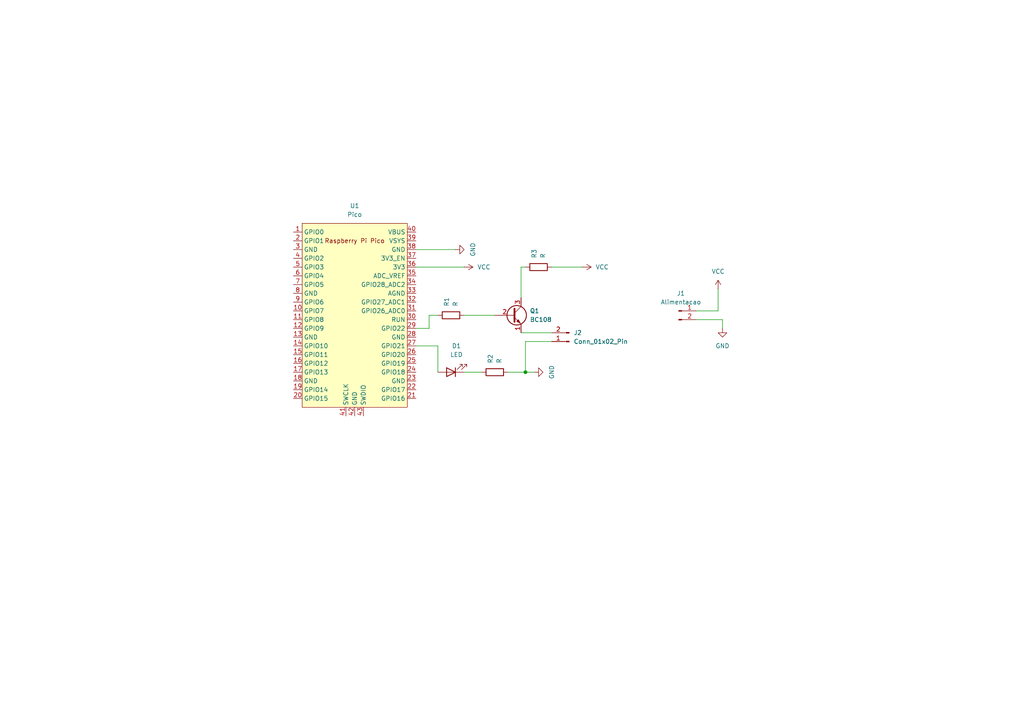
<source format=kicad_sch>
(kicad_sch (version 20231120) (generator "eeschema") (generator_version "8.0")
  (paper "A4")
  (lib_symbols
    (symbol "Connector:Conn_01x02_Pin" (pin_names (offset 1.016) hide)
      (property "Reference" "J" (at 0 2.54 0))
      (property "Value" "Conn_01x02_Pin" (at 0 -5.08 0))
      (symbol "Conn_01x02_Pin_1_1"
        (polyline (pts (xy 1.27 -2.54) (xy 0.8636 -2.54)) (stroke (width 0.1524)))
        (polyline (pts (xy 1.27 0) (xy 0.8636 0)) (stroke (width 0.1524)))
        (rectangle (start 0.8636 -2.413) (end 0 -2.667) (stroke (width 0.1524)) (fill (type outline)))
        (rectangle (start 0.8636 0.127) (end 0 -0.127) (stroke (width 0.1524)) (fill (type outline)))
        (pin passive line (at 5.08 0 180) (length 3.81) (name "Pin_1") (number "1"))
        (pin passive line (at 5.08 -2.54 180) (length 3.81) (name "Pin_2") (number "2"))
      )
    )
    (symbol "Device:LED" (pin_numbers hide) (pin_names (offset 1.016) hide)
      (property "Reference" "D" (at 0 2.54 0))
      (property "Value" "LED" (at 0 -2.54 0))
      (symbol "LED_0_1"
        (polyline (pts (xy -1.27 -1.27) (xy -1.27 1.27)) (stroke (width 0.254)))
        (polyline (pts (xy -1.27 0) (xy 1.27 0)))
        (polyline (pts (xy 1.27 -1.27) (xy 1.27 1.27) (xy -1.27 0) (xy 1.27 -1.27)) (stroke (width 0.254)))
        (polyline (pts (xy -3.048 -0.762) (xy -4.572 -2.286) (xy -3.81 -2.286) (xy -4.572 -2.286) (xy -4.572 -1.524)))
        (polyline (pts (xy -1.778 -0.762) (xy -3.302 -2.286) (xy -2.54 -2.286) (xy -3.302 -2.286) (xy -3.302 -1.524)))
      )
      (symbol "LED_1_1"
        (pin passive line (at -3.81 0 0) (length 2.54) (name "K") (number "1"))
        (pin passive line (at 3.81 0 180) (length 2.54) (name "A") (number "2"))
      )
    )
    (symbol "Device:R" (pin_numbers hide) (pin_names (offset 0))
      (property "Reference" "R" (at 2.032 0 90))
      (property "Value" "R" (at 0 0 90))
      (symbol "R_0_1"
        (rectangle (start -1.016 -2.54) (end 1.016 2.54) (stroke (width 0.254)))
      )
      (symbol "R_1_1"
        (pin passive line (at 0 3.81 270) (length 1.27) (name "~") (number "1"))
        (pin passive line (at 0 -3.81 90) (length 1.27) (name "~") (number "2"))
      )
    )
    (symbol "MCU_RaspberryPi_and_Boards:Pico"
      (property "Reference" "U" (at -13.97 27.94 0))
      (property "Value" "Pico" (at 0 19.05 0))
      (symbol "Pico_0_0"
        (text "Raspberry Pi Pico" (at 0 21.59 0) (effects (font (size 1.27 1.27))))
      )
      (symbol "Pico_0_1"
        (rectangle (start -15.24 26.67) (end 15.24 -26.67) (fill (type background)))
      )
      (symbol "Pico_1_1"
        (pin bidirectional line (at -17.78 24.13 0) (length 2.54) (name "GPIO0") (number "1"))
        (pin bidirectional line (at -17.78 1.27 0) (length 2.54) (name "GPIO7") (number "10"))
        (pin bidirectional line (at -17.78 -1.27 0) (length 2.54) (name "GPIO8") (number "11"))
        (pin bidirectional line (at -17.78 -3.81 0) (length 2.54) (name "GPIO9") (number "12"))
        (pin power_in line (at -17.78 -6.35 0) (length 2.54) (name "GND") (number "13"))
        (pin bidirectional line (at -17.78 -8.89 0) (length 2.54) (name "GPIO10") (number "14"))
        (pin bidirectional line (at -17.78 -11.43 0) (length 2.54) (name "GPIO11") (number "15"))
        (pin bidirectional line (at -17.78 -13.97 0) (length 2.54) (name "GPIO12") (number "16"))
        (pin bidirectional line (at -17.78 -16.51 0) (length 2.54) (name "GPIO13") (number "17"))
        (pin power_in line (at -17.78 -19.05 0) (length 2.54) (name "GND") (number "18"))
        (pin bidirectional line (at -17.78 -21.59 0) (length 2.54) (name "GPIO14") (number "19"))
        (pin bidirectional line (at -17.78 21.59 0) (length 2.54) (name "GPIO1") (number "2"))
        (pin bidirectional line (at -17.78 -24.13 0) (length 2.54) (name "GPIO15") (number "20"))
        (pin bidirectional line (at 17.78 -24.13 180) (length 2.54) (name "GPIO16") (number "21"))
        (pin bidirectional line (at 17.78 -21.59 180) (length 2.54) (name "GPIO17") (number "22"))
        (pin power_in line (at 17.78 -19.05 180) (length 2.54) (name "GND") (number "23"))
        (pin bidirectional line (at 17.78 -16.51 180) (length 2.54) (name "GPIO18") (number "24"))
        (pin bidirectional line (at 17.78 -13.97 180) (length 2.54) (name "GPIO19") (number "25"))
        (pin bidirectional line (at 17.78 -11.43 180) (length 2.54) (name "GPIO20") (number "26"))
        (pin bidirectional line (at 17.78 -8.89 180) (length 2.54) (name "GPIO21") (number "27"))
        (pin power_in line (at 17.78 -6.35 180) (length 2.54) (name "GND") (number "28"))
        (pin bidirectional line (at 17.78 -3.81 180) (length 2.54) (name "GPIO22") (number "29"))
        (pin power_in line (at -17.78 19.05 0) (length 2.54) (name "GND") (number "3"))
        (pin input line (at 17.78 -1.27 180) (length 2.54) (name "RUN") (number "30"))
        (pin bidirectional line (at 17.78 1.27 180) (length 2.54) (name "GPIO26_ADC0") (number "31"))
        (pin bidirectional line (at 17.78 3.81 180) (length 2.54) (name "GPIO27_ADC1") (number "32"))
        (pin power_in line (at 17.78 6.35 180) (length 2.54) (name "AGND") (number "33"))
        (pin bidirectional line (at 17.78 8.89 180) (length 2.54) (name "GPIO28_ADC2") (number "34"))
        (pin power_in line (at 17.78 11.43 180) (length 2.54) (name "ADC_VREF") (number "35"))
        (pin power_in line (at 17.78 13.97 180) (length 2.54) (name "3V3") (number "36"))
        (pin input line (at 17.78 16.51 180) (length 2.54) (name "3V3_EN") (number "37"))
        (pin bidirectional line (at 17.78 19.05 180) (length 2.54) (name "GND") (number "38"))
        (pin power_in line (at 17.78 21.59 180) (length 2.54) (name "VSYS") (number "39"))
        (pin bidirectional line (at -17.78 16.51 0) (length 2.54) (name "GPIO2") (number "4"))
        (pin power_in line (at 17.78 24.13 180) (length 2.54) (name "VBUS") (number "40"))
        (pin input line (at -2.54 -29.21 90) (length 2.54) (name "SWCLK") (number "41"))
        (pin power_in line (at 0 -29.21 90) (length 2.54) (name "GND") (number "42"))
        (pin bidirectional line (at 2.54 -29.21 90) (length 2.54) (name "SWDIO") (number "43"))
        (pin bidirectional line (at -17.78 13.97 0) (length 2.54) (name "GPIO3") (number "5"))
        (pin bidirectional line (at -17.78 11.43 0) (length 2.54) (name "GPIO4") (number "6"))
        (pin bidirectional line (at -17.78 8.89 0) (length 2.54) (name "GPIO5") (number "7"))
        (pin power_in line (at -17.78 6.35 0) (length 2.54) (name "GND") (number "8"))
        (pin bidirectional line (at -17.78 3.81 0) (length 2.54) (name "GPIO6") (number "9"))
      )
    )
    (symbol "Transistor_BJT:BC108" (pin_names (offset 0) hide)
      (property "Reference" "Q" (at 5.08 1.905 0))
      (property "Value" "BC108" (at 5.08 0 0))
      (symbol "BC108_0_1"
        (polyline (pts (xy 0.635 0.635) (xy 2.54 2.54)))
        (polyline (pts (xy 0.635 -0.635) (xy 2.54 -2.54) (xy 2.54 -2.54)))
        (polyline (pts (xy 0.635 1.905) (xy 0.635 -1.905) (xy 0.635 -1.905)) (stroke (width 0.508)))
        (polyline (pts (xy 1.27 -1.778) (xy 1.778 -1.27) (xy 2.286 -2.286) (xy 1.27 -1.778) (xy 1.27 -1.778)) (fill (type outline)))
        (circle (center 1.27 0) (radius 2.8194) (stroke (width 0.254)))
      )
      (symbol "BC108_1_1"
        (pin passive line (at 2.54 -5.08 90) (length 2.54) (name "E") (number "1"))
        (pin input line (at -5.08 0 0) (length 5.715) (name "B") (number "2"))
        (pin passive line (at 2.54 5.08 270) (length 2.54) (name "C") (number "3"))
      )
    )
    (symbol "power:GND" (power) (pin_numbers hide) (pin_names (offset 0) hide)
      (property "Value" "GND" (at 0 -3.81 0))
      (symbol "GND_0_1"
        (polyline (pts (xy 0 0) (xy 0 -1.27) (xy 1.27 -1.27) (xy 0 -2.54) (xy -1.27 -1.27) (xy 0 -1.27)))
      )
      (symbol "GND_1_1"
        (pin power_in line (at 0 0 270) (length 0) (name "~") (number "1"))
      )
    )
    (symbol "power:VCC" (power) (pin_numbers hide) (pin_names (offset 0) hide)
      (property "Value" "VCC" (at 0 3.556 0))
      (symbol "VCC_0_1"
        (polyline (pts (xy -0.762 1.27) (xy 0 2.54)))
        (polyline (pts (xy 0 0) (xy 0 2.54)))
        (polyline (pts (xy 0 2.54) (xy 0.762 1.27)))
      )
      (symbol "VCC_1_1"
        (pin power_in line (at 0 0 90) (length 0) (name "~") (number "1"))
      )
    )
  )
  (junction (at 152.4 107.95))
  (wire (pts (xy 147.32 107.95) (xy 152.4 107.95)))
  (wire (pts (xy 120.65 77.47) (xy 134.62 77.47)))
  (wire (pts (xy 208.28 90.17) (xy 208.28 83.82)))
  (wire (pts (xy 152.4 107.95) (xy 154.94 107.95)))
  (wire (pts (xy 127 100.33) (xy 127 107.95)))
  (wire (pts (xy 201.93 90.17) (xy 208.28 90.17)))
  (wire (pts (xy 151.13 77.47) (xy 152.4 77.47)))
  (wire (pts (xy 120.65 72.39) (xy 132.08 72.39)))
  (wire (pts (xy 120.65 100.33) (xy 127 100.33)))
  (wire (pts (xy 151.13 96.52) (xy 160.02 96.52)))
  (wire (pts (xy 209.55 92.71) (xy 209.55 95.25)))
  (wire (pts (xy 120.65 95.25) (xy 124.46 95.25)))
  (wire (pts (xy 124.46 91.44) (xy 127 91.44)))
  (wire (pts (xy 160.02 99.06) (xy 152.4 99.06)))
  (wire (pts (xy 134.62 107.95) (xy 139.7 107.95)))
  (wire (pts (xy 201.93 92.71) (xy 209.55 92.71)))
  (wire (pts (xy 134.62 91.44) (xy 143.51 91.44)))
  (wire (pts (xy 160.02 77.47) (xy 168.91 77.47)))
  (wire (pts (xy 124.46 95.25) (xy 124.46 91.44)))
  (wire (pts (xy 151.13 77.47) (xy 151.13 86.36)))
  (wire (pts (xy 152.4 99.06) (xy 152.4 107.95)))
  (symbol (lib_id "Device:R") (at 156.21 77.47 270) (unit 1)
    (property "Reference" "R3" (at 154.9399 74.93 0) (effects (justify right)))
    (property "Value" "R" (at 157.4799 74.93 0) (effects (justify right)))
    (property "Footprint" "Resistor_THT:R_Axial_DIN0414_L11.9mm_D4.5mm_P7.62mm_Vertical" (effects (hide yes)))
    (property "Description" "Resistor" (effects (hide yes)))
  )
  (symbol (lib_id "Connector:Conn_01x02_Pin") (at 196.85 90.17 0) (unit 1)
    (property "Reference" "J1" (at 197.485 85.09 0))
    (property "Value" "Alimentacao" (at 197.485 87.63 0))
    (property "Footprint" "Connector:JWT_A3963_1x02_P3.96mm_Vertical" (effects (hide yes)))
    (property "Description" "Generic connector, single row, 01x02, script generated" (effects (hide yes)))
  )
  (symbol (lib_id "power:VCC") (at 134.62 77.47 270) (unit 1)
    (property "Reference" "#PWR02" (effects (hide yes)))
    (property "Value" "VCC" (at 138.43 77.4699 90) (effects (justify left)))
    (property "Description" "Power symbol creates a global label with name \"VCC\"" (effects (hide yes)))
  )
  (symbol (lib_id "power:GND") (at 209.55 95.25 0) (unit 1)
    (property "Reference" "#PWR06" (effects (hide yes)))
    (property "Value" "GND" (at 209.55 100.33 0))
    (property "Description" "Power symbol creates a global label with name \"GND\" , ground" (effects (hide yes)))
  )
  (symbol (lib_id "Device:LED") (at 130.81 107.95 180) (unit 1)
    (property "Reference" "D1" (at 132.3975 100.33 0))
    (property "Value" "LED" (at 132.3975 102.87 0))
    (property "Footprint" "LED_THT:LED_D3.0mm" (effects (hide yes)))
    (property "Description" "Light emitting diode" (effects (hide yes)))
  )
  (symbol (lib_id "Transistor_BJT:BC108") (at 148.59 91.44 0) (unit 1)
    (property "Reference" "Q1" (at 153.67 90.1699 0) (effects (justify left)))
    (property "Value" "BC108" (at 153.67 92.7099 0) (effects (justify left)))
    (property "Footprint" "Package_TO_SOT_THT:TO-18-3" (effects (hide yes)))
    (property "Datasheet" "http://www.b-kainka.de/Daten/Transistor/BC108.pdf" (effects (hide yes)))
    (property "Description" "0.1A Ic, 30V Vce, Low Noise General Purpose NPN Transistor, TO-18" (effects (hide yes)))
  )
  (symbol (lib_id "Device:R") (at 130.81 91.44 270) (unit 1)
    (property "Reference" "R1" (at 129.5399 88.9 0) (effects (justify right)))
    (property "Value" "R" (at 132.0799 88.9 0) (effects (justify right)))
    (property "Footprint" "Resistor_THT:R_Axial_DIN0414_L11.9mm_D4.5mm_P7.62mm_Vertical" (effects (hide yes)))
    (property "Description" "Resistor" (effects (hide yes)))
  )
  (symbol (lib_id "power:VCC") (at 208.28 83.82 0) (unit 1)
    (property "Reference" "#PWR05" (effects (hide yes)))
    (property "Value" "VCC" (at 208.28 78.74 0))
    (property "Description" "Power symbol creates a global label with name \"VCC\"" (effects (hide yes)))
  )
  (symbol (lib_id "MCU_RaspberryPi_and_Boards:Pico") (at 102.87 91.44 0) (unit 1)
    (property "Reference" "U1" (at 102.87 59.69 0))
    (property "Value" "Pico" (at 102.87 62.23 0))
    (property "Footprint" "RPi_Pico:RPi_Pico_SMD_TH" (effects (hide yes)))
  )
  (symbol (lib_id "power:VCC") (at 168.91 77.47 270) (unit 1)
    (property "Reference" "#PWR04" (effects (hide yes)))
    (property "Value" "VCC" (at 172.72 77.4699 90) (effects (justify left)))
    (property "Description" "Power symbol creates a global label with name \"VCC\"" (effects (hide yes)))
  )
  (symbol (lib_id "power:GND") (at 132.08 72.39 90) (unit 1)
    (property "Reference" "#PWR01" (effects (hide yes)))
    (property "Value" "GND" (at 137.16 72.39 0))
    (property "Description" "Power symbol creates a global label with name \"GND\" , ground" (effects (hide yes)))
  )
  (symbol (lib_id "Connector:Conn_01x02_Pin") (at 165.1 99.06 180) (unit 1)
    (property "Reference" "J2" (at 166.37 96.5199 0) (effects (justify right)))
    (property "Value" "Conn_01x02_Pin" (at 166.37 99.0599 0) (effects (justify right)))
    (property "Footprint" "Connector_JST:JST_PH_B2B-PH-K_1x02_P2.00mm_Vertical" (effects (hide yes)))
    (property "Description" "Generic connector, single row, 01x02, script generated" (effects (hide yes)))
  )
  (symbol (lib_id "Device:R") (at 143.51 107.95 270) (unit 1)
    (property "Reference" "R2" (at 142.2399 105.41 0) (effects (justify right)))
    (property "Value" "R" (at 144.7799 105.41 0) (effects (justify right)))
    (property "Footprint" "Resistor_THT:R_Axial_DIN0414_L11.9mm_D4.5mm_P7.62mm_Vertical" (effects (hide yes)))
    (property "Description" "Resistor" (effects (hide yes)))
  )
  (symbol (lib_id "power:GND") (at 154.94 107.95 90) (unit 1)
    (property "Reference" "#PWR03" (effects (hide yes)))
    (property "Value" "GND" (at 160.02 107.95 0))
    (property "Description" "Power symbol creates a global label with name \"GND\" , ground" (effects (hide yes)))
  )
)
</source>
